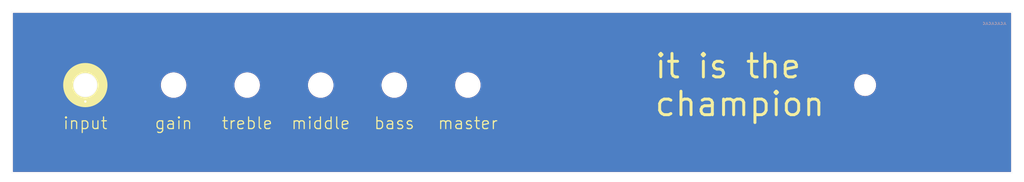
<source format=kicad_pcb>
(kicad_pcb (version 20211014) (generator pcbnew)
  (title_block (title "It Is The Champion Faceplate") (date "2022-07-16") (rev "0") (comment 1 "creativecommons.org/licenses/by/4.0/") (comment 2 "License: CC by 4.0") (comment 3 "Author: Jordan Aceto"))
  (layers (0 "F.Cu" signal) (31 "B.Cu" signal) (34 "B.Paste" user) (35 "F.Paste" user) (36 "B.SilkS" user "B.Silkscreen") (37 "F.SilkS" user "F.Silkscreen") (38 "B.Mask" user) (39 "F.Mask" user) (44 "Edge.Cuts" user))
  (net 0 "")
  (net 1 "GND")
  (footprint "TestPoint:TestPoint_Keystone_5000-5004_Miniature" (layer "F.Cu") (at 99.06 207.772)
    (fp_text reference "TP1" hide)
    (fp_text value "DUMMY" hide)
    (fp_circle (center 0 0) (end 1.4 0) (layer "F.SilkS") (width 0.15) (fill none))
    (pad "1" thru_hole circle locked (at 0 0) (size 2 2) (drill 1) (layers *.Cu *.Mask) (net 1 "GND"))
  )
  (gr_circle (center 99.06 200.66) (end 106.465309 200.66) (layer "F.SilkS") (width 4.318) (fill none))
  (gr_line (start 67.31 168.91) (end 499.11 168.91) (layer "Edge.Cuts") (width 0.05))
  (gr_circle (center 137.16 200.66) (end 142.1765 200.66) (layer "Edge.Cuts") (width 0.05) (fill none))
  (gr_circle (center 435.61 200.66) (end 439.86 200.66) (layer "Edge.Cuts") (width 0.05) (fill none))
  (gr_line (start 67.31 168.91) (end 67.31 238.76) (layer "Edge.Cuts") (width 0.05))
  (gr_circle (center 232.41 200.66) (end 237.4265 200.66) (layer "Edge.Cuts") (width 0.05) (fill none))
  (gr_circle (center 99.06 200.66) (end 104.0765 200.66) (layer "Edge.Cuts") (width 0.05) (fill none))
  (gr_circle (center 168.91 200.66) (end 173.9265 200.66) (layer "Edge.Cuts") (width 0.05) (fill none))
  (gr_line (start 67.31 238.76) (end 499.11 238.76) (layer "Edge.Cuts") (width 0.05))
  (gr_line (start 499.11 168.91) (end 499.11 238.76) (layer "Edge.Cuts") (width 0.05))
  (gr_circle (center 200.66 200.66) (end 205.6765 200.66) (layer "Edge.Cuts") (width 0.05) (fill none))
  (gr_circle (center 264.16 200.66) (end 269.1765 200.66) (layer "Edge.Cuts") (width 0.05) (fill none))
  (gr_text "JLCJLCJLCJLC" (at 491.49 173.99) (layer "B.SilkS") (effects (font (size 1 1)) (justify mirror)))
  (gr_text "master" (at 264.16 217.17) (layer "F.SilkS") (effects (font (size 5.08 5.08) (thickness 0.508))))
  (gr_text "gain" (at 137.16 217.17) (layer "F.SilkS") (effects (font (size 5.08 5.08) (thickness 0.508))))
  (gr_text "treble" (at 168.91 217.17) (layer "F.SilkS") (effects (font (size 5.08 5.08) (thickness 0.508))))
  (gr_text "bass" (at 232.41 217.17) (layer "F.SilkS") (effects (font (size 5.08 5.08) (thickness 0.508))))
  (gr_text "input" (at 99.06 217.17) (layer "F.SilkS") (effects (font (size 5.08 5.08) (thickness 0.508))))
  (gr_text "middle" (at 200.66 217.17) (layer "F.SilkS") (effects (font (size 5.08 5.08) (thickness 0.508))))
  (gr_text "it is the \nchampion" (at 344.17 200.66) (layer "F.SilkS") (effects (font (size 10.16 10.16) (thickness 1.27)) (justify left)))
  (zone (net 1) (net_name "GND") (layer "F.Cu") (connect_pads (clearance 0.508)) (min_thickness 0.254) (fill yes (thermal_gap 0.508) (thermal_bridge_width 0.508))
    (polygon (pts (xy 501.65 240.03) (xy 64.77 240.03) (xy 64.77 166.37) (xy 501.65 166.37)))
  )
  (zone (net 1) (net_name "GND") (layer "B.Cu") (connect_pads (clearance 0.508)) (min_thickness 0.254) (fill yes (thermal_gap 0.508) (thermal_bridge_width 0.508))
    (polygon (pts (xy 504.19 242.57) (xy 62.23 242.57) (xy 62.23 163.83) (xy 504.19 163.83)))
  )
)
</source>
